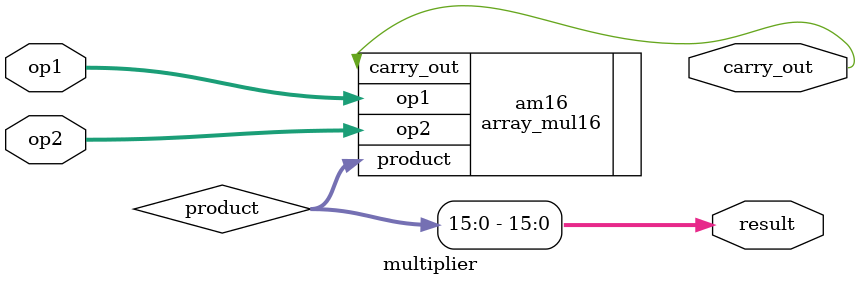
<source format=sv>
`timescale 1ns/1ps

/*
 * Interface module between the multiplier and the ALU.
 */
module multiplier (
    input   wire    [15:0]  op1,        // Multiplicand.
    input   wire    [15:0]  op2,        // Multiplier.
    output  wire    [15:0]  result,     // Product.
    output  wire            carry_out   // Carry out bit.
);
    wire [31:0] product;
    
    array_mul16 am16 (
        .op1(op1),
        .op2(op2),
        .product(product),
        .carry_out(carry_out)
    );

    assign result = product[15:0];
endmodule

</source>
